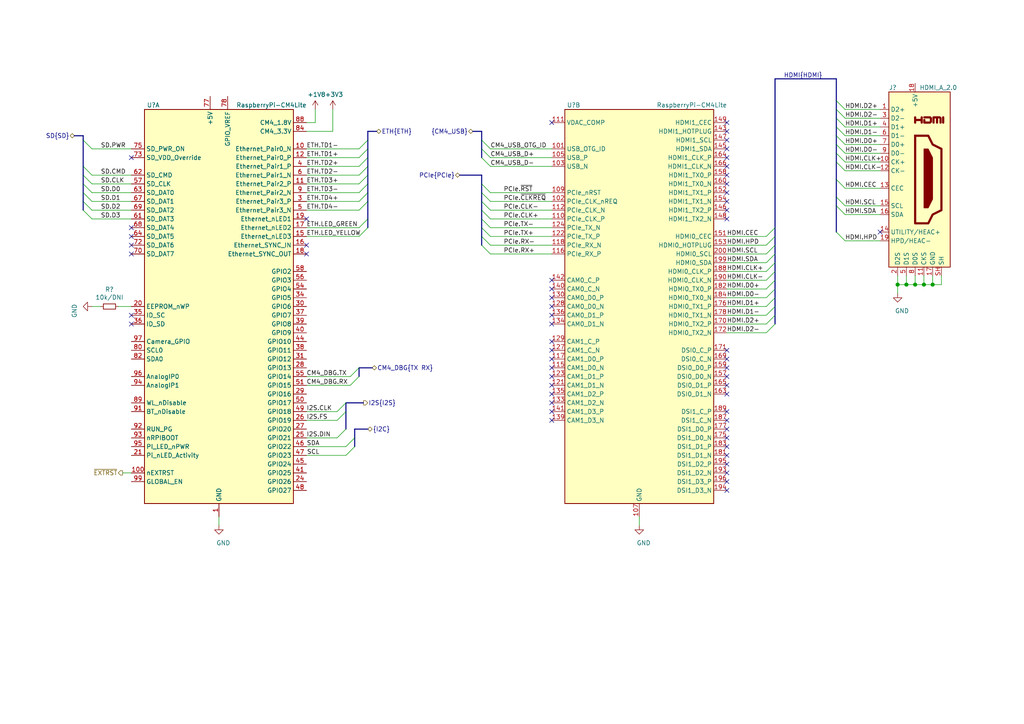
<source format=kicad_sch>
(kicad_sch (version 20201015) (generator eeschema)
  (paper "A4")
  (bus_alias "SD" (members "D[0..3]" "CMD" "CLK" "PWR"))
  (bus_alias "PCIe" (members "~RST" "~CLKREQ" "CLK+" "CLK-" "TX+" "TX-" "RX+" "RX-"))
  (bus_alias "HDMI" (members "D0+" "D0-" "D1+" "D1-" "D2+" "D2-" "CLK+" "CLK-" "CEC" "HPD" "SDA" "SCL"))
  (junction (at 260.35 82.55) (diameter 1.016))
  (junction (at 262.89 82.55) (diameter 1.016))
  (junction (at 265.43 82.55) (diameter 1.016))
  (junction (at 267.97 82.55) (diameter 1.016))
  (junction (at 270.51 82.55) (diameter 1.016))
  (no_connect (at 210.82 55.88))
  (no_connect (at 210.82 129.54))
  (no_connect (at 160.02 35.56))
  (no_connect (at 210.82 132.08))
  (no_connect (at 210.82 40.64))
  (no_connect (at 210.82 43.18))
  (no_connect (at 160.02 116.84))
  (no_connect (at 160.02 114.3))
  (no_connect (at 210.82 48.26))
  (no_connect (at 210.82 53.34))
  (no_connect (at 210.82 137.16))
  (no_connect (at 210.82 60.96))
  (no_connect (at 210.82 111.76))
  (no_connect (at 160.02 119.38))
  (no_connect (at 210.82 114.3))
  (no_connect (at 210.82 35.56))
  (no_connect (at 38.1 45.72))
  (no_connect (at 210.82 109.22))
  (no_connect (at 160.02 104.14))
  (no_connect (at 210.82 104.14))
  (no_connect (at 160.02 109.22))
  (no_connect (at 210.82 38.1))
  (no_connect (at 38.1 66.04))
  (no_connect (at 38.1 68.58))
  (no_connect (at 38.1 71.12))
  (no_connect (at 38.1 73.66))
  (no_connect (at 210.82 101.6))
  (no_connect (at 38.1 91.44))
  (no_connect (at 160.02 81.28))
  (no_connect (at 210.82 121.92))
  (no_connect (at 160.02 83.82))
  (no_connect (at 210.82 119.38))
  (no_connect (at 160.02 86.36))
  (no_connect (at 38.1 93.98))
  (no_connect (at 210.82 127))
  (no_connect (at 160.02 91.44))
  (no_connect (at 88.9 73.66))
  (no_connect (at 255.27 67.31))
  (no_connect (at 160.02 121.92))
  (no_connect (at 210.82 106.68))
  (no_connect (at 160.02 106.68))
  (no_connect (at 160.02 88.9))
  (no_connect (at 210.82 139.7))
  (no_connect (at 210.82 45.72))
  (no_connect (at 210.82 58.42))
  (no_connect (at 210.82 124.46))
  (no_connect (at 210.82 142.24))
  (no_connect (at 210.82 63.5))
  (no_connect (at 160.02 93.98))
  (no_connect (at 210.82 134.62))
  (no_connect (at 210.82 50.8))
  (no_connect (at 160.02 99.06))
  (no_connect (at 88.9 63.5))
  (no_connect (at 88.9 71.12))
  (no_connect (at 160.02 111.76))
  (no_connect (at 160.02 101.6))
  (bus_entry (at 24.13 40.64) (size 2.54 2.54) (stroke (width 0.1524)))
  (bus_entry (at 24.13 48.26) (size 2.54 2.54) (stroke (width 0.1524)))
  (bus_entry (at 24.13 50.8) (size 2.54 2.54) (stroke (width 0.1524)))
  (bus_entry (at 24.13 53.34) (size 2.54 2.54) (stroke (width 0.1524)))
  (bus_entry (at 24.13 55.88) (size 2.54 2.54) (stroke (width 0.1524)))
  (bus_entry (at 24.13 58.42) (size 2.54 2.54) (stroke (width 0.1524)))
  (bus_entry (at 24.13 60.96) (size 2.54 2.54) (stroke (width 0.1524)))
  (bus_entry (at 100.33 116.84) (size -2.54 2.54) (stroke (width 0.1524)))
  (bus_entry (at 100.33 119.38) (size -2.54 2.54) (stroke (width 0.1524)))
  (bus_entry (at 100.33 124.46) (size -2.54 2.54) (stroke (width 0.1524)))
  (bus_entry (at 102.87 127) (size -2.54 2.54) (stroke (width 0.1524)))
  (bus_entry (at 102.87 129.54) (size -2.54 2.54) (stroke (width 0.1524)))
  (bus_entry (at 104.14 43.18) (size 2.54 -2.54) (stroke (width 0.1524)))
  (bus_entry (at 104.14 45.72) (size 2.54 -2.54) (stroke (width 0.1524)))
  (bus_entry (at 104.14 48.26) (size 2.54 -2.54) (stroke (width 0.1524)))
  (bus_entry (at 104.14 50.8) (size 2.54 -2.54) (stroke (width 0.1524)))
  (bus_entry (at 104.14 53.34) (size 2.54 -2.54) (stroke (width 0.1524)))
  (bus_entry (at 104.14 55.88) (size 2.54 -2.54) (stroke (width 0.1524)))
  (bus_entry (at 104.14 58.42) (size 2.54 -2.54) (stroke (width 0.1524)))
  (bus_entry (at 104.14 60.96) (size 2.54 -2.54) (stroke (width 0.1524)))
  (bus_entry (at 104.14 66.04) (size 2.54 -2.54) (stroke (width 0.1524)))
  (bus_entry (at 104.14 68.58) (size 2.54 -2.54) (stroke (width 0.1524)))
  (bus_entry (at 104.14 106.68) (size -2.54 2.54) (stroke (width 0.1524)))
  (bus_entry (at 104.14 109.22) (size -2.54 2.54) (stroke (width 0.1524)))
  (bus_entry (at 139.7 40.64) (size 2.54 2.54) (stroke (width 0.1524)))
  (bus_entry (at 139.7 43.18) (size 2.54 2.54) (stroke (width 0.1524)))
  (bus_entry (at 139.7 45.72) (size 2.54 2.54) (stroke (width 0.1524)))
  (bus_entry (at 139.7 53.34) (size 2.54 2.54) (stroke (width 0.1524)))
  (bus_entry (at 139.7 55.88) (size 2.54 2.54) (stroke (width 0.1524)))
  (bus_entry (at 139.7 58.42) (size 2.54 2.54) (stroke (width 0.1524)))
  (bus_entry (at 139.7 60.96) (size 2.54 2.54) (stroke (width 0.1524)))
  (bus_entry (at 139.7 63.5) (size 2.54 2.54) (stroke (width 0.1524)))
  (bus_entry (at 139.7 66.04) (size 2.54 2.54) (stroke (width 0.1524)))
  (bus_entry (at 139.7 68.58) (size 2.54 2.54) (stroke (width 0.1524)))
  (bus_entry (at 139.7 71.12) (size 2.54 2.54) (stroke (width 0.1524)))
  (bus_entry (at 224.79 66.04) (size -2.54 2.54) (stroke (width 0.1524)))
  (bus_entry (at 224.79 68.58) (size -2.54 2.54) (stroke (width 0.1524)))
  (bus_entry (at 224.79 71.12) (size -2.54 2.54) (stroke (width 0.1524)))
  (bus_entry (at 224.79 73.66) (size -2.54 2.54) (stroke (width 0.1524)))
  (bus_entry (at 224.79 76.2) (size -2.54 2.54) (stroke (width 0.1524)))
  (bus_entry (at 224.79 78.74) (size -2.54 2.54) (stroke (width 0.1524)))
  (bus_entry (at 224.79 81.28) (size -2.54 2.54) (stroke (width 0.1524)))
  (bus_entry (at 224.79 83.82) (size -2.54 2.54) (stroke (width 0.1524)))
  (bus_entry (at 224.79 86.36) (size -2.54 2.54) (stroke (width 0.1524)))
  (bus_entry (at 224.79 88.9) (size -2.54 2.54) (stroke (width 0.1524)))
  (bus_entry (at 224.79 91.44) (size -2.54 2.54) (stroke (width 0.1524)))
  (bus_entry (at 224.79 93.98) (size -2.54 2.54) (stroke (width 0.1524)))
  (bus_entry (at 242.57 29.21) (size 2.54 2.54) (stroke (width 0.1524)))
  (bus_entry (at 242.57 31.75) (size 2.54 2.54) (stroke (width 0.1524)))
  (bus_entry (at 242.57 34.29) (size 2.54 2.54) (stroke (width 0.1524)))
  (bus_entry (at 242.57 36.83) (size 2.54 2.54) (stroke (width 0.1524)))
  (bus_entry (at 242.57 39.37) (size 2.54 2.54) (stroke (width 0.1524)))
  (bus_entry (at 242.57 41.91) (size 2.54 2.54) (stroke (width 0.1524)))
  (bus_entry (at 242.57 44.45) (size 2.54 2.54) (stroke (width 0.1524)))
  (bus_entry (at 242.57 46.99) (size 2.54 2.54) (stroke (width 0.1524)))
  (bus_entry (at 242.57 52.07) (size 2.54 2.54) (stroke (width 0.1524)))
  (bus_entry (at 242.57 57.15) (size 2.54 2.54) (stroke (width 0.1524)))
  (bus_entry (at 242.57 59.69) (size 2.54 2.54) (stroke (width 0.1524)))
  (bus_entry (at 242.57 67.31) (size 2.54 2.54) (stroke (width 0.1524)))
  (wire (pts (xy 26.67 43.18) (xy 38.1 43.18)))
  (wire (pts (xy 26.67 50.8) (xy 38.1 50.8)))
  (wire (pts (xy 26.67 53.34) (xy 38.1 53.34)))
  (wire (pts (xy 26.67 55.88) (xy 38.1 55.88)))
  (wire (pts (xy 26.67 58.42) (xy 38.1 58.42)))
  (wire (pts (xy 26.67 60.96) (xy 38.1 60.96)))
  (wire (pts (xy 26.67 63.5) (xy 38.1 63.5)))
  (wire (pts (xy 26.67 88.9) (xy 29.21 88.9)))
  (wire (pts (xy 34.29 88.9) (xy 38.1 88.9)))
  (wire (pts (xy 35.56 137.16) (xy 38.1 137.16)))
  (wire (pts (xy 63.5 149.86) (xy 63.5 152.4)))
  (wire (pts (xy 88.9 35.56) (xy 91.44 35.56)))
  (wire (pts (xy 88.9 38.1) (xy 96.52 38.1)))
  (wire (pts (xy 88.9 43.18) (xy 104.14 43.18)))
  (wire (pts (xy 88.9 45.72) (xy 104.14 45.72)))
  (wire (pts (xy 88.9 48.26) (xy 104.14 48.26)))
  (wire (pts (xy 88.9 50.8) (xy 104.14 50.8)))
  (wire (pts (xy 88.9 53.34) (xy 104.14 53.34)))
  (wire (pts (xy 88.9 55.88) (xy 104.14 55.88)))
  (wire (pts (xy 88.9 58.42) (xy 104.14 58.42)))
  (wire (pts (xy 88.9 60.96) (xy 104.14 60.96)))
  (wire (pts (xy 88.9 66.04) (xy 104.14 66.04)))
  (wire (pts (xy 88.9 68.58) (xy 104.14 68.58)))
  (wire (pts (xy 88.9 109.22) (xy 101.6 109.22)))
  (wire (pts (xy 88.9 111.76) (xy 101.6 111.76)))
  (wire (pts (xy 88.9 119.38) (xy 97.79 119.38)))
  (wire (pts (xy 88.9 121.92) (xy 97.79 121.92)))
  (wire (pts (xy 88.9 127) (xy 97.79 127)))
  (wire (pts (xy 88.9 129.54) (xy 100.33 129.54)))
  (wire (pts (xy 88.9 132.08) (xy 100.33 132.08)))
  (wire (pts (xy 91.44 35.56) (xy 91.44 31.75)))
  (wire (pts (xy 96.52 38.1) (xy 96.52 31.75)))
  (wire (pts (xy 142.24 43.18) (xy 160.02 43.18)))
  (wire (pts (xy 142.24 45.72) (xy 160.02 45.72)))
  (wire (pts (xy 142.24 48.26) (xy 160.02 48.26)))
  (wire (pts (xy 142.24 55.88) (xy 160.02 55.88)))
  (wire (pts (xy 142.24 58.42) (xy 160.02 58.42)))
  (wire (pts (xy 142.24 60.96) (xy 160.02 60.96)))
  (wire (pts (xy 142.24 63.5) (xy 160.02 63.5)))
  (wire (pts (xy 142.24 66.04) (xy 160.02 66.04)))
  (wire (pts (xy 142.24 68.58) (xy 160.02 68.58)))
  (wire (pts (xy 142.24 71.12) (xy 160.02 71.12)))
  (wire (pts (xy 142.24 73.66) (xy 160.02 73.66)))
  (wire (pts (xy 185.42 149.86) (xy 185.42 152.4)))
  (wire (pts (xy 210.82 68.58) (xy 222.25 68.58)))
  (wire (pts (xy 210.82 71.12) (xy 222.25 71.12)))
  (wire (pts (xy 210.82 73.66) (xy 222.25 73.66)))
  (wire (pts (xy 210.82 76.2) (xy 222.25 76.2)))
  (wire (pts (xy 210.82 78.74) (xy 222.25 78.74)))
  (wire (pts (xy 210.82 81.28) (xy 222.25 81.28)))
  (wire (pts (xy 210.82 83.82) (xy 222.25 83.82)))
  (wire (pts (xy 210.82 86.36) (xy 222.25 86.36)))
  (wire (pts (xy 210.82 88.9) (xy 222.25 88.9)))
  (wire (pts (xy 210.82 91.44) (xy 222.25 91.44)))
  (wire (pts (xy 210.82 93.98) (xy 222.25 93.98)))
  (wire (pts (xy 210.82 96.52) (xy 222.25 96.52)))
  (wire (pts (xy 245.11 31.75) (xy 255.27 31.75)))
  (wire (pts (xy 245.11 34.29) (xy 255.27 34.29)))
  (wire (pts (xy 245.11 36.83) (xy 255.27 36.83)))
  (wire (pts (xy 245.11 39.37) (xy 255.27 39.37)))
  (wire (pts (xy 245.11 41.91) (xy 255.27 41.91)))
  (wire (pts (xy 245.11 44.45) (xy 255.27 44.45)))
  (wire (pts (xy 245.11 46.99) (xy 255.27 46.99)))
  (wire (pts (xy 245.11 49.53) (xy 255.27 49.53)))
  (wire (pts (xy 245.11 54.61) (xy 255.27 54.61)))
  (wire (pts (xy 245.11 59.69) (xy 255.27 59.69)))
  (wire (pts (xy 245.11 62.23) (xy 255.27 62.23)))
  (wire (pts (xy 245.11 69.85) (xy 255.27 69.85)))
  (wire (pts (xy 260.35 80.01) (xy 260.35 82.55)))
  (wire (pts (xy 260.35 82.55) (xy 260.35 85.09)))
  (wire (pts (xy 260.35 82.55) (xy 262.89 82.55)))
  (wire (pts (xy 262.89 82.55) (xy 262.89 80.01)))
  (wire (pts (xy 262.89 82.55) (xy 265.43 82.55)))
  (wire (pts (xy 265.43 82.55) (xy 265.43 80.01)))
  (wire (pts (xy 265.43 82.55) (xy 267.97 82.55)))
  (wire (pts (xy 267.97 82.55) (xy 267.97 80.01)))
  (wire (pts (xy 267.97 82.55) (xy 270.51 82.55)))
  (wire (pts (xy 270.51 82.55) (xy 270.51 80.01)))
  (wire (pts (xy 270.51 82.55) (xy 273.05 82.55)))
  (wire (pts (xy 273.05 82.55) (xy 273.05 80.01)))
  (bus (pts (xy 21.59 39.37) (xy 24.13 39.37)))
  (bus (pts (xy 24.13 40.64) (xy 24.13 39.37)))
  (bus (pts (xy 24.13 48.26) (xy 24.13 40.64)))
  (bus (pts (xy 24.13 50.8) (xy 24.13 48.26)))
  (bus (pts (xy 24.13 53.34) (xy 24.13 50.8)))
  (bus (pts (xy 24.13 55.88) (xy 24.13 53.34)))
  (bus (pts (xy 24.13 58.42) (xy 24.13 55.88)))
  (bus (pts (xy 24.13 60.96) (xy 24.13 58.42)))
  (bus (pts (xy 100.33 116.84) (xy 100.33 119.38)))
  (bus (pts (xy 100.33 119.38) (xy 100.33 124.46)))
  (bus (pts (xy 102.87 124.46) (xy 102.87 127)))
  (bus (pts (xy 102.87 127) (xy 102.87 129.54)))
  (bus (pts (xy 104.14 106.68) (xy 107.95 106.68)))
  (bus (pts (xy 104.14 109.22) (xy 104.14 106.68)))
  (bus (pts (xy 105.41 116.84) (xy 100.33 116.84)))
  (bus (pts (xy 106.68 38.1) (xy 109.22 38.1)))
  (bus (pts (xy 106.68 40.64) (xy 106.68 38.1)))
  (bus (pts (xy 106.68 43.18) (xy 106.68 40.64)))
  (bus (pts (xy 106.68 45.72) (xy 106.68 43.18)))
  (bus (pts (xy 106.68 48.26) (xy 106.68 45.72)))
  (bus (pts (xy 106.68 50.8) (xy 106.68 48.26)))
  (bus (pts (xy 106.68 53.34) (xy 106.68 50.8)))
  (bus (pts (xy 106.68 55.88) (xy 106.68 53.34)))
  (bus (pts (xy 106.68 58.42) (xy 106.68 55.88)))
  (bus (pts (xy 106.68 63.5) (xy 106.68 58.42)))
  (bus (pts (xy 106.68 66.04) (xy 106.68 63.5)))
  (bus (pts (xy 106.68 124.46) (xy 102.87 124.46)))
  (bus (pts (xy 133.35 50.8) (xy 139.7 50.8)))
  (bus (pts (xy 137.16 38.1) (xy 139.7 38.1)))
  (bus (pts (xy 139.7 40.64) (xy 139.7 38.1)))
  (bus (pts (xy 139.7 40.64) (xy 139.7 43.18)))
  (bus (pts (xy 139.7 43.18) (xy 139.7 45.72)))
  (bus (pts (xy 139.7 53.34) (xy 139.7 50.8)))
  (bus (pts (xy 139.7 53.34) (xy 139.7 55.88)))
  (bus (pts (xy 139.7 55.88) (xy 139.7 58.42)))
  (bus (pts (xy 139.7 58.42) (xy 139.7 60.96)))
  (bus (pts (xy 139.7 60.96) (xy 139.7 63.5)))
  (bus (pts (xy 139.7 63.5) (xy 139.7 66.04)))
  (bus (pts (xy 139.7 66.04) (xy 139.7 68.58)))
  (bus (pts (xy 139.7 68.58) (xy 139.7 71.12)))
  (bus (pts (xy 224.79 22.86) (xy 224.79 66.04)))
  (bus (pts (xy 224.79 66.04) (xy 224.79 68.58)))
  (bus (pts (xy 224.79 68.58) (xy 224.79 71.12)))
  (bus (pts (xy 224.79 71.12) (xy 224.79 73.66)))
  (bus (pts (xy 224.79 73.66) (xy 224.79 76.2)))
  (bus (pts (xy 224.79 76.2) (xy 224.79 78.74)))
  (bus (pts (xy 224.79 78.74) (xy 224.79 81.28)))
  (bus (pts (xy 224.79 81.28) (xy 224.79 83.82)))
  (bus (pts (xy 224.79 83.82) (xy 224.79 86.36)))
  (bus (pts (xy 224.79 86.36) (xy 224.79 88.9)))
  (bus (pts (xy 224.79 88.9) (xy 224.79 91.44)))
  (bus (pts (xy 224.79 91.44) (xy 224.79 93.98)))
  (bus (pts (xy 242.57 22.86) (xy 224.79 22.86)))
  (bus (pts (xy 242.57 29.21) (xy 242.57 22.86)))
  (bus (pts (xy 242.57 31.75) (xy 242.57 29.21)))
  (bus (pts (xy 242.57 34.29) (xy 242.57 31.75)))
  (bus (pts (xy 242.57 36.83) (xy 242.57 34.29)))
  (bus (pts (xy 242.57 39.37) (xy 242.57 36.83)))
  (bus (pts (xy 242.57 41.91) (xy 242.57 39.37)))
  (bus (pts (xy 242.57 44.45) (xy 242.57 41.91)))
  (bus (pts (xy 242.57 46.99) (xy 242.57 44.45)))
  (bus (pts (xy 242.57 52.07) (xy 242.57 46.99)))
  (bus (pts (xy 242.57 57.15) (xy 242.57 52.07)))
  (bus (pts (xy 242.57 59.69) (xy 242.57 57.15)))
  (bus (pts (xy 242.57 67.31) (xy 242.57 59.69)))
  (label "SD.PWR" (at 29.21 43.18 0))
  (label "SD.CMD" (at 29.21 50.8 0))
  (label "SD.CLK" (at 29.21 53.34 0))
  (label "SD.D0" (at 29.21 55.88 0))
  (label "SD.D1" (at 29.21 58.42 0))
  (label "SD.D2" (at 29.21 60.96 0))
  (label "SD.D3" (at 29.21 63.5 0))
  (label "ETH.TD1-" (at 88.9 43.18 0))
  (label "ETH.TD1+" (at 88.9 45.72 0))
  (label "ETH.TD2+" (at 88.9 48.26 0))
  (label "ETH.TD2-" (at 88.9 50.8 0))
  (label "ETH.TD3+" (at 88.9 53.34 0))
  (label "ETH.TD3-" (at 88.9 55.88 0))
  (label "ETH.TD4+" (at 88.9 58.42 0))
  (label "ETH.TD4-" (at 88.9 60.96 0))
  (label "ETH.LED_GREEN" (at 88.9 66.04 0))
  (label "ETH.LED_YELLOW" (at 88.9 68.58 0))
  (label "CM4_DBG.TX" (at 88.9 109.22 0))
  (label "CM4_DBG.RX" (at 88.9 111.76 0))
  (label "I2S.CLK" (at 88.9 119.38 0))
  (label "I2S.FS" (at 88.9 121.92 0))
  (label "I2S.DIN" (at 88.9 127 0))
  (label "SDA" (at 92.71 129.54 180))
  (label "SCL" (at 92.71 132.08 180))
  (label "CM4_USB_OTG_ID" (at 142.24 43.18 0))
  (label "CM4_USB_D+" (at 142.24 45.72 0))
  (label "CM4_USB_D-" (at 142.24 48.26 0))
  (label "PCIe.~RST" (at 146.05 55.88 0))
  (label "PCIe.~CLKREQ" (at 146.05 58.42 0))
  (label "PCIe.CLK-" (at 146.05 60.96 0))
  (label "PCIe.CLK+" (at 146.05 63.5 0))
  (label "PCIe.TX-" (at 146.05 66.04 0))
  (label "PCIe.TX+" (at 146.05 68.58 0))
  (label "PCIe.RX-" (at 146.05 71.12 0))
  (label "PCIe.RX+" (at 146.05 73.66 0))
  (label "HDMI.CEC" (at 210.82 68.58 0))
  (label "HDMI.HPD" (at 210.82 71.12 0))
  (label "HDMI.SCL" (at 210.82 73.66 0))
  (label "HDMI.SDA" (at 210.82 76.2 0))
  (label "HDMI.CLK+" (at 210.82 78.74 0))
  (label "HDMI.CLK-" (at 210.82 81.28 0))
  (label "HDMI.D0+" (at 210.82 83.82 0))
  (label "HDMI.D0-" (at 210.82 86.36 0))
  (label "HDMI.D1+" (at 210.82 88.9 0))
  (label "HDMI.D1-" (at 210.82 91.44 0))
  (label "HDMI.D2+" (at 210.82 93.98 0))
  (label "HDMI.D2-" (at 210.82 96.52 0))
  (label "HDMI{HDMI}" (at 227.33 22.86 0))
  (label "HDMI.D2+" (at 245.11 31.75 0))
  (label "HDMI.D2-" (at 245.11 34.29 0))
  (label "HDMI.D1+" (at 245.11 36.83 0))
  (label "HDMI.D1-" (at 245.11 39.37 0))
  (label "HDMI.D0+" (at 245.11 41.91 0))
  (label "HDMI.D0-" (at 245.11 44.45 0))
  (label "HDMI.CLK+" (at 245.11 46.99 0))
  (label "HDMI.CLK-" (at 245.11 49.53 0))
  (label "HDMI.CEC" (at 245.11 54.61 0))
  (label "HDMI.SCL" (at 245.11 59.69 0))
  (label "HDMI.SDA" (at 245.11 62.23 0))
  (label "HDMI.HPD" (at 245.11 69.85 0))
  (hierarchical_label "SD{SD}" (shape bidirectional) (at 21.59 39.37 180))
  (hierarchical_label "~EXTRST" (shape output) (at 35.56 137.16 180))
  (hierarchical_label "I2S{I2S}" (shape output) (at 105.41 116.84 0))
  (hierarchical_label "{I2C}" (shape bidirectional) (at 106.68 124.46 0))
  (hierarchical_label "CM4_DBG{TX RX}" (shape bidirectional) (at 107.95 106.68 0))
  (hierarchical_label "ETH{ETH}" (shape bidirectional) (at 109.22 38.1 0))
  (hierarchical_label "PCIe{PCIe}" (shape bidirectional) (at 133.35 50.8 180))
  (hierarchical_label "{CM4_USB}" (shape bidirectional) (at 137.16 38.1 180))
  (symbol (lib_id "power:+1V8") (at 91.44 31.75 0) (unit 1)
    (property "Reference" "#PWR?" (effects hide))
    (property "Value" "+1V8" (at 91.8083 27.4256 0))
  )
  (symbol (lib_id "power:+3V3") (at 96.52 31.75 0) (unit 1)
    (property "Reference" "#PWR?" (effects hide))
    (property "Value" "+3V3" (at 96.8883 27.4256 0))
  )
  (symbol (lib_id "power:GND") (at 26.67 88.9 270) (unit 1)
    (property "Reference" "#PWR?" (effects hide))
    (property "Value" "GND" (at 21.59 90.17 0))
  )
  (symbol (lib_id "power:GND") (at 63.5 152.4 0) (unit 1)
    (property "Reference" "#PWR?" (effects hide))
    (property "Value" "GND" (at 64.77 157.48 0))
  )
  (symbol (lib_id "power:GND") (at 185.42 152.4 0) (unit 1)
    (property "Reference" "#PWR?" (effects hide))
    (property "Value" "GND" (at 186.69 157.48 0))
  )
  (symbol (lib_id "power:GND") (at 260.35 85.09 0) (unit 1)
    (property "Reference" "#PWR?" (effects hide))
    (property "Value" "GND" (at 261.62 90.17 0))
  )
  (symbol (lib_id "Device:R_Small") (at 31.75 88.9 90) (unit 1)
    (property "Reference" "R?" (at 31.75 83.9532 90))
    (property "Value" "10k/DNI" (at 31.75 86.252 90))
  )
  (symbol (lib_id "Connector:HDMI_A_1.4") (at 265.43 52.07 0) (unit 1)
    (property "Reference" "J?" (at 257.81 25.4 0) (effects (justify left)))
    (property "Value" "HDMI_A_2.0" (at 266.7 25.4 0) (effects (justify left)))
    (property "Footprint" "LightBlue:HDMI_A_Molex_2086588131_Horizontal" (effects hide))
    (property "Datasheet" "https://en.wikipedia.org/wiki/HDMI" (effects hide))
  )
  (symbol (lib_name "LightBlue:RaspberryPi-CM4Lite_1") (lib_id "LightBlue:RaspberryPi-CM4Lite") (at 185.42 88.9 0) (unit 2)
    (property "Reference" "U?" (at 166.37 30.48 0))
    (property "Value" "RaspberryPi-CM4Lite" (at 200.66 30.48 0))
    (property "Footprint" "Module:RaspberryPi-CM4" (effects hide))
  )
  (symbol (lib_id "LightBlue:RaspberryPi-CM4Lite") (at 63.5 88.9 0) (unit 1)
    (property "Reference" "U?" (at 44.45 30.48 0))
    (property "Value" "RaspberryPi-CM4Lite" (at 78.74 30.48 0))
    (property "Footprint" "Module:RaspberryPi-CM4" (effects hide))
    (property "Datasheet" "https://datasheets.raspberrypi.org/cm4/cm4-datasheet.pdf" (effects hide))
  )
)
</source>
